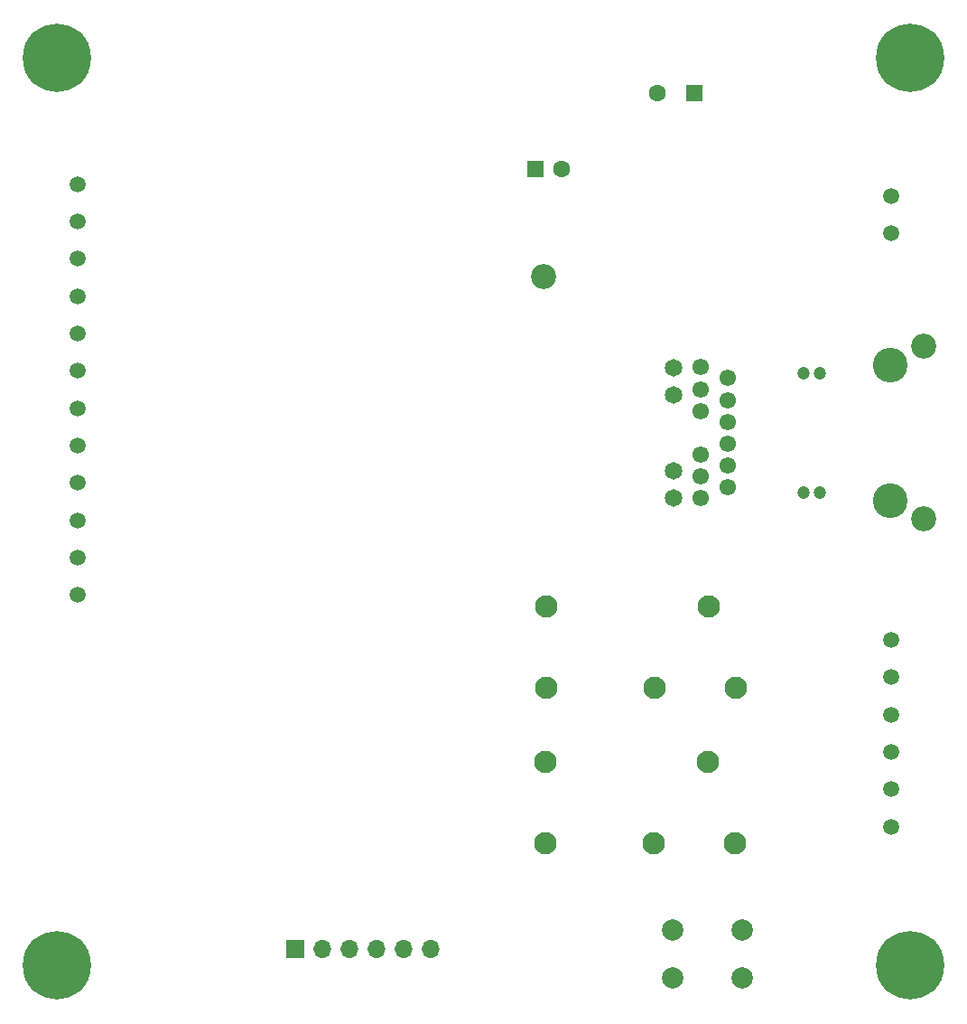
<source format=gbr>
G04 #@! TF.GenerationSoftware,KiCad,Pcbnew,7.0.8*
G04 #@! TF.CreationDate,2023-11-27T13:48:01+01:00*
G04 #@! TF.ProjectId,ESP32-POE-Wiegand-Relay-REV-A,45535033-322d-4504-9f45-2d5769656761,rev?*
G04 #@! TF.SameCoordinates,Original*
G04 #@! TF.FileFunction,Soldermask,Bot*
G04 #@! TF.FilePolarity,Negative*
%FSLAX46Y46*%
G04 Gerber Fmt 4.6, Leading zero omitted, Abs format (unit mm)*
G04 Created by KiCad (PCBNEW 7.0.8) date 2023-11-27 13:48:01*
%MOMM*%
%LPD*%
G01*
G04 APERTURE LIST*
%ADD10C,1.500000*%
%ADD11C,2.000000*%
%ADD12O,1.700000X1.700000*%
%ADD13R,1.700000X1.700000*%
%ADD14C,1.600000*%
%ADD15R,1.600000X1.600000*%
%ADD16C,6.400000*%
%ADD17C,3.250000*%
%ADD18C,1.550000*%
%ADD19C,1.200000*%
%ADD20C,1.650000*%
%ADD21C,2.355000*%
%ADD22C,2.100000*%
%ADD23C,2.351600*%
G04 APERTURE END LIST*
D10*
X183900000Y-74300000D03*
X183900000Y-70800000D03*
X183900000Y-67300000D03*
X183900000Y-63800000D03*
X183900000Y-60300000D03*
X183900000Y-56800000D03*
X183900000Y-53300000D03*
X183900000Y-49800000D03*
X183900000Y-46300000D03*
X183900000Y-42800000D03*
X183900000Y-39300000D03*
X183900000Y-35800000D03*
D11*
X239700000Y-110200000D03*
X246200000Y-110200000D03*
X239700000Y-105700000D03*
X246200000Y-105700000D03*
D12*
X217020000Y-107500000D03*
X214480000Y-107500000D03*
X211940000Y-107500000D03*
X209400000Y-107500000D03*
X206860000Y-107500000D03*
D13*
X204320000Y-107500000D03*
D10*
X260200000Y-36900000D03*
X260200000Y-40400000D03*
D14*
X238252651Y-27300000D03*
D15*
X241752651Y-27300000D03*
D16*
X182000000Y-109000000D03*
X262000000Y-109000000D03*
D10*
X260200000Y-78500000D03*
X260200000Y-82000000D03*
X260200000Y-85500000D03*
X260200000Y-89000000D03*
X260200000Y-92500000D03*
X260200000Y-96000000D03*
D17*
X260100000Y-52740000D03*
X260100000Y-65440000D03*
D18*
X244860000Y-53990000D03*
X244860000Y-56030000D03*
X244860000Y-58070000D03*
X244860000Y-60110000D03*
X244860000Y-62150000D03*
X244860000Y-64190000D03*
X242320000Y-52970000D03*
X242320000Y-55010000D03*
X242320000Y-57050000D03*
X242320000Y-61130000D03*
X242320000Y-63170000D03*
X242320000Y-65210000D03*
D19*
X251970000Y-53500000D03*
X251970000Y-64680000D03*
X253500000Y-53500000D03*
X253500000Y-64680000D03*
D20*
X239780000Y-52995000D03*
X239780000Y-55535000D03*
X239780000Y-62645000D03*
X239780000Y-65185000D03*
D21*
X263270000Y-51025000D03*
X263270000Y-67155000D03*
D14*
X229327621Y-34400000D03*
D15*
X226827621Y-34400000D03*
D22*
X227800000Y-89915000D03*
X243040000Y-89915000D03*
X245580000Y-97535000D03*
X237960000Y-97535000D03*
X227800000Y-97535000D03*
D23*
X227605000Y-44500000D03*
D22*
X227840000Y-75380000D03*
X243080000Y-75380000D03*
X245620000Y-83000000D03*
X238000000Y-83000000D03*
X227840000Y-83000000D03*
D16*
X262000000Y-24000000D03*
X182000000Y-24000000D03*
M02*

</source>
